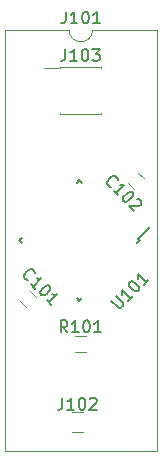
<source format=gbr>
G04 #@! TF.GenerationSoftware,KiCad,Pcbnew,(5.1.5)-3*
G04 #@! TF.CreationDate,2021-05-27T18:06:52+01:00*
G04 #@! TF.ProjectId,C595,43353935-2e6b-4696-9361-645f70636258,rev?*
G04 #@! TF.SameCoordinates,Original*
G04 #@! TF.FileFunction,Legend,Top*
G04 #@! TF.FilePolarity,Positive*
%FSLAX46Y46*%
G04 Gerber Fmt 4.6, Leading zero omitted, Abs format (unit mm)*
G04 Created by KiCad (PCBNEW (5.1.5)-3) date 2021-05-27 18:06:52*
%MOMM*%
%LPD*%
G04 APERTURE LIST*
%ADD10C,0.120000*%
%ADD11C,0.150000*%
G04 APERTURE END LIST*
D10*
X155080000Y-149670000D02*
X149620000Y-149670000D01*
X155080000Y-185350000D02*
X155080000Y-149670000D01*
X142160000Y-185350000D02*
X155080000Y-185350000D01*
X142160000Y-149670000D02*
X142160000Y-185350000D01*
X147620000Y-149670000D02*
X142160000Y-149670000D01*
X149620000Y-149670000D02*
G75*
G02X147620000Y-149670000I-1000000J0D01*
G01*
D11*
X153467425Y-167340901D02*
X154475052Y-166333274D01*
X148500000Y-172626524D02*
X148729810Y-172396714D01*
X143373476Y-167500000D02*
X143603286Y-167270190D01*
X148500000Y-162373476D02*
X148270190Y-162603286D01*
X153626524Y-167500000D02*
X153396714Y-167729810D01*
X148500000Y-162373476D02*
X148729810Y-162603286D01*
X143373476Y-167500000D02*
X143603286Y-167729810D01*
X148500000Y-172626524D02*
X148270190Y-172396714D01*
X153626524Y-167500000D02*
X153467425Y-167340901D01*
D10*
X144321777Y-171794249D02*
X144816751Y-172289223D01*
X143968223Y-173137751D02*
X143473249Y-172642777D01*
X153465777Y-161761249D02*
X153960751Y-162256223D01*
X153112223Y-163104751D02*
X152617249Y-162609777D01*
X148090000Y-175596000D02*
X149090000Y-175596000D01*
X149090000Y-176956000D02*
X148090000Y-176956000D01*
X147836000Y-183730000D02*
X148836000Y-183730000D01*
X148836000Y-182030000D02*
X147836000Y-182030000D01*
X150355000Y-156713000D02*
X150355000Y-156778000D01*
X146825000Y-156713000D02*
X146825000Y-156778000D01*
X150355000Y-152848000D02*
X150355000Y-152913000D01*
X146825000Y-152848000D02*
X146825000Y-152913000D01*
X145500000Y-152913000D02*
X146825000Y-152913000D01*
X146825000Y-156778000D02*
X150355000Y-156778000D01*
X146825000Y-152848000D02*
X150355000Y-152848000D01*
D11*
X147334285Y-148122380D02*
X147334285Y-148836666D01*
X147286666Y-148979523D01*
X147191428Y-149074761D01*
X147048571Y-149122380D01*
X146953333Y-149122380D01*
X148334285Y-149122380D02*
X147762857Y-149122380D01*
X148048571Y-149122380D02*
X148048571Y-148122380D01*
X147953333Y-148265238D01*
X147858095Y-148360476D01*
X147762857Y-148408095D01*
X148953333Y-148122380D02*
X149048571Y-148122380D01*
X149143809Y-148170000D01*
X149191428Y-148217619D01*
X149239047Y-148312857D01*
X149286666Y-148503333D01*
X149286666Y-148741428D01*
X149239047Y-148931904D01*
X149191428Y-149027142D01*
X149143809Y-149074761D01*
X149048571Y-149122380D01*
X148953333Y-149122380D01*
X148858095Y-149074761D01*
X148810476Y-149027142D01*
X148762857Y-148931904D01*
X148715238Y-148741428D01*
X148715238Y-148503333D01*
X148762857Y-148312857D01*
X148810476Y-148217619D01*
X148858095Y-148170000D01*
X148953333Y-148122380D01*
X150239047Y-149122380D02*
X149667619Y-149122380D01*
X149953333Y-149122380D02*
X149953333Y-148122380D01*
X149858095Y-148265238D01*
X149762857Y-148360476D01*
X149667619Y-148408095D01*
X151178587Y-172602953D02*
X151751007Y-173175373D01*
X151852022Y-173209045D01*
X151919366Y-173209045D01*
X152020381Y-173175373D01*
X152155068Y-173040686D01*
X152188740Y-172939671D01*
X152188740Y-172872327D01*
X152155068Y-172771312D01*
X151582648Y-172198892D01*
X152996862Y-172198892D02*
X152592801Y-172602953D01*
X152794831Y-172400923D02*
X152087725Y-171693816D01*
X152121396Y-171862175D01*
X152121396Y-171996862D01*
X152087725Y-172097877D01*
X152727488Y-171054053D02*
X152794831Y-170986709D01*
X152895847Y-170953038D01*
X152963190Y-170953038D01*
X153064205Y-170986709D01*
X153232564Y-171087725D01*
X153400923Y-171256083D01*
X153501938Y-171424442D01*
X153535610Y-171525457D01*
X153535610Y-171592801D01*
X153501938Y-171693816D01*
X153434595Y-171761160D01*
X153333579Y-171794831D01*
X153266236Y-171794831D01*
X153165221Y-171761160D01*
X152996862Y-171660144D01*
X152828503Y-171491786D01*
X152727488Y-171323427D01*
X152693816Y-171222412D01*
X152693816Y-171155068D01*
X152727488Y-171054053D01*
X154343732Y-170852022D02*
X153939671Y-171256083D01*
X154141701Y-171054053D02*
X153434595Y-170346946D01*
X153468266Y-170515305D01*
X153468266Y-170649992D01*
X153434595Y-170751007D01*
X144161835Y-170866591D02*
X144094492Y-170866591D01*
X143959805Y-170799248D01*
X143892461Y-170731904D01*
X143825118Y-170597217D01*
X143825118Y-170462530D01*
X143858789Y-170361515D01*
X143959805Y-170193156D01*
X144060820Y-170092141D01*
X144229179Y-169991126D01*
X144330194Y-169957454D01*
X144464881Y-169957454D01*
X144599568Y-170024798D01*
X144666911Y-170092141D01*
X144734255Y-170226828D01*
X144734255Y-170294172D01*
X144767927Y-171607370D02*
X144363866Y-171203309D01*
X144565896Y-171405340D02*
X145273003Y-170698233D01*
X145104644Y-170731904D01*
X144969957Y-170731904D01*
X144868942Y-170698233D01*
X145912766Y-171337996D02*
X145980110Y-171405340D01*
X146013782Y-171506355D01*
X146013782Y-171573698D01*
X145980110Y-171674714D01*
X145879095Y-171843072D01*
X145710736Y-172011431D01*
X145542377Y-172112446D01*
X145441362Y-172146118D01*
X145374018Y-172146118D01*
X145273003Y-172112446D01*
X145205660Y-172045103D01*
X145171988Y-171944088D01*
X145171988Y-171876744D01*
X145205659Y-171775729D01*
X145306675Y-171607370D01*
X145475034Y-171439011D01*
X145643392Y-171337996D01*
X145744408Y-171304324D01*
X145811751Y-171304324D01*
X145912766Y-171337996D01*
X146114797Y-172954240D02*
X145710736Y-172550179D01*
X145912766Y-172752210D02*
X146619873Y-172045103D01*
X146451514Y-172078775D01*
X146316827Y-172078775D01*
X146215812Y-172045103D01*
X151184515Y-162954911D02*
X151117172Y-162954911D01*
X150982485Y-162887568D01*
X150915141Y-162820224D01*
X150847798Y-162685537D01*
X150847798Y-162550850D01*
X150881469Y-162449835D01*
X150982485Y-162281476D01*
X151083500Y-162180461D01*
X151251859Y-162079446D01*
X151352874Y-162045774D01*
X151487561Y-162045774D01*
X151622248Y-162113118D01*
X151689591Y-162180461D01*
X151756935Y-162315148D01*
X151756935Y-162382492D01*
X151790607Y-163695690D02*
X151386546Y-163291629D01*
X151588576Y-163493660D02*
X152295683Y-162786553D01*
X152127324Y-162820224D01*
X151992637Y-162820224D01*
X151891622Y-162786553D01*
X152935446Y-163426316D02*
X153002790Y-163493660D01*
X153036462Y-163594675D01*
X153036462Y-163662018D01*
X153002790Y-163763034D01*
X152901775Y-163931392D01*
X152733416Y-164099751D01*
X152565057Y-164200766D01*
X152464042Y-164234438D01*
X152396698Y-164234438D01*
X152295683Y-164200766D01*
X152228340Y-164133423D01*
X152194668Y-164032408D01*
X152194668Y-163965064D01*
X152228339Y-163864049D01*
X152329355Y-163695690D01*
X152497714Y-163527331D01*
X152666072Y-163426316D01*
X152767088Y-163392644D01*
X152834431Y-163392644D01*
X152935446Y-163426316D01*
X153373179Y-163998736D02*
X153440523Y-163998736D01*
X153541538Y-164032408D01*
X153709897Y-164200766D01*
X153743568Y-164301782D01*
X153743568Y-164369125D01*
X153709897Y-164470140D01*
X153642553Y-164537484D01*
X153507866Y-164604827D01*
X152699744Y-164604827D01*
X153137477Y-165042560D01*
X147470952Y-175278380D02*
X147137619Y-174802190D01*
X146899523Y-175278380D02*
X146899523Y-174278380D01*
X147280476Y-174278380D01*
X147375714Y-174326000D01*
X147423333Y-174373619D01*
X147470952Y-174468857D01*
X147470952Y-174611714D01*
X147423333Y-174706952D01*
X147375714Y-174754571D01*
X147280476Y-174802190D01*
X146899523Y-174802190D01*
X148423333Y-175278380D02*
X147851904Y-175278380D01*
X148137619Y-175278380D02*
X148137619Y-174278380D01*
X148042380Y-174421238D01*
X147947142Y-174516476D01*
X147851904Y-174564095D01*
X149042380Y-174278380D02*
X149137619Y-174278380D01*
X149232857Y-174326000D01*
X149280476Y-174373619D01*
X149328095Y-174468857D01*
X149375714Y-174659333D01*
X149375714Y-174897428D01*
X149328095Y-175087904D01*
X149280476Y-175183142D01*
X149232857Y-175230761D01*
X149137619Y-175278380D01*
X149042380Y-175278380D01*
X148947142Y-175230761D01*
X148899523Y-175183142D01*
X148851904Y-175087904D01*
X148804285Y-174897428D01*
X148804285Y-174659333D01*
X148851904Y-174468857D01*
X148899523Y-174373619D01*
X148947142Y-174326000D01*
X149042380Y-174278380D01*
X150328095Y-175278380D02*
X149756666Y-175278380D01*
X150042380Y-175278380D02*
X150042380Y-174278380D01*
X149947142Y-174421238D01*
X149851904Y-174516476D01*
X149756666Y-174564095D01*
X147050285Y-180832380D02*
X147050285Y-181546666D01*
X147002666Y-181689523D01*
X146907428Y-181784761D01*
X146764571Y-181832380D01*
X146669333Y-181832380D01*
X148050285Y-181832380D02*
X147478857Y-181832380D01*
X147764571Y-181832380D02*
X147764571Y-180832380D01*
X147669333Y-180975238D01*
X147574095Y-181070476D01*
X147478857Y-181118095D01*
X148669333Y-180832380D02*
X148764571Y-180832380D01*
X148859809Y-180880000D01*
X148907428Y-180927619D01*
X148955047Y-181022857D01*
X149002666Y-181213333D01*
X149002666Y-181451428D01*
X148955047Y-181641904D01*
X148907428Y-181737142D01*
X148859809Y-181784761D01*
X148764571Y-181832380D01*
X148669333Y-181832380D01*
X148574095Y-181784761D01*
X148526476Y-181737142D01*
X148478857Y-181641904D01*
X148431238Y-181451428D01*
X148431238Y-181213333D01*
X148478857Y-181022857D01*
X148526476Y-180927619D01*
X148574095Y-180880000D01*
X148669333Y-180832380D01*
X149383619Y-180927619D02*
X149431238Y-180880000D01*
X149526476Y-180832380D01*
X149764571Y-180832380D01*
X149859809Y-180880000D01*
X149907428Y-180927619D01*
X149955047Y-181022857D01*
X149955047Y-181118095D01*
X149907428Y-181260952D01*
X149336000Y-181832380D01*
X149955047Y-181832380D01*
X147304285Y-151300380D02*
X147304285Y-152014666D01*
X147256666Y-152157523D01*
X147161428Y-152252761D01*
X147018571Y-152300380D01*
X146923333Y-152300380D01*
X148304285Y-152300380D02*
X147732857Y-152300380D01*
X148018571Y-152300380D02*
X148018571Y-151300380D01*
X147923333Y-151443238D01*
X147828095Y-151538476D01*
X147732857Y-151586095D01*
X148923333Y-151300380D02*
X149018571Y-151300380D01*
X149113809Y-151348000D01*
X149161428Y-151395619D01*
X149209047Y-151490857D01*
X149256666Y-151681333D01*
X149256666Y-151919428D01*
X149209047Y-152109904D01*
X149161428Y-152205142D01*
X149113809Y-152252761D01*
X149018571Y-152300380D01*
X148923333Y-152300380D01*
X148828095Y-152252761D01*
X148780476Y-152205142D01*
X148732857Y-152109904D01*
X148685238Y-151919428D01*
X148685238Y-151681333D01*
X148732857Y-151490857D01*
X148780476Y-151395619D01*
X148828095Y-151348000D01*
X148923333Y-151300380D01*
X149590000Y-151300380D02*
X150209047Y-151300380D01*
X149875714Y-151681333D01*
X150018571Y-151681333D01*
X150113809Y-151728952D01*
X150161428Y-151776571D01*
X150209047Y-151871809D01*
X150209047Y-152109904D01*
X150161428Y-152205142D01*
X150113809Y-152252761D01*
X150018571Y-152300380D01*
X149732857Y-152300380D01*
X149637619Y-152252761D01*
X149590000Y-152205142D01*
M02*

</source>
